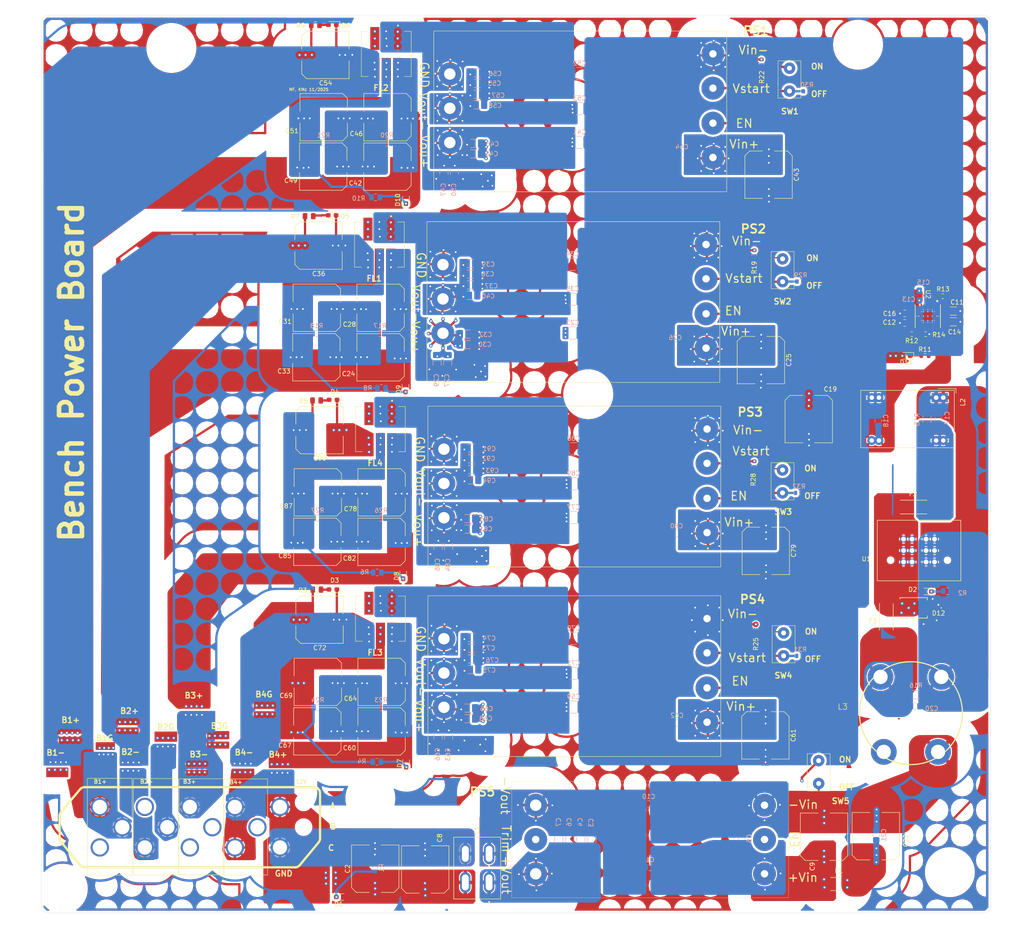
<source format=kicad_pcb>
(kicad_pcb
	(version 20241229)
	(generator "pcbnew")
	(generator_version "9.0")
	(general
		(thickness 1.6)
		(legacy_teardrops no)
	)
	(paper "B")
	(layers
		(0 "F.Cu" signal)
		(4 "In1.Cu" signal)
		(6 "In2.Cu" signal)
		(8 "In3.Cu" signal)
		(10 "In4.Cu" signal)
		(2 "B.Cu" signal)
		(9 "F.Adhes" user "F.Adhesive")
		(11 "B.Adhes" user "B.Adhesive")
		(13 "F.Paste" user)
		(15 "B.Paste" user)
		(5 "F.SilkS" user "F.Silkscreen")
		(7 "B.SilkS" user "B.Silkscreen")
		(1 "F.Mask" user)
		(3 "B.Mask" user)
		(17 "Dwgs.User" user "User.Drawings")
		(19 "Cmts.User" user "User.Comments")
		(21 "Eco1.User" user "User.Eco1")
		(23 "Eco2.User" user "User.Eco2")
		(25 "Edge.Cuts" user)
		(27 "Margin" user)
		(31 "F.CrtYd" user "F.Courtyard")
		(29 "B.CrtYd" user "B.Courtyard")
		(35 "F.Fab" user)
		(33 "B.Fab" user)
		(39 "User.1" user)
		(41 "User.2" user)
		(43 "User.3" user)
		(45 "User.4" user)
	)
	(setup
		(stackup
			(layer "F.SilkS"
				(type "Top Silk Screen")
			)
			(layer "F.Paste"
				(type "Top Solder Paste")
			)
			(layer "F.Mask"
				(type "Top Solder Mask")
				(thickness 0.01)
			)
			(layer "F.Cu"
				(type "copper")
				(thickness 0.035)
			)
			(layer "dielectric 1"
				(type "prepreg")
				(thickness 0.1)
				(material "FR4")
				(epsilon_r 4.5)
				(loss_tangent 0.02)
			)
			(layer "In1.Cu"
				(type "copper")
				(thickness 0.035)
			)
			(layer "dielectric 2"
				(type "core")
				(thickness 0.535)
				(material "FR4")
				(epsilon_r 4.5)
				(loss_tangent 0.02)
			)
			(layer "In2.Cu"
				(type "copper")
				(thickness 0.035)
			)
			(layer "dielectric 3"
				(type "prepreg")
				(thickness 0.1)
				(material "FR4")
				(epsilon_r 4.5)
				(loss_tangent 0.02)
			)
			(layer "In3.Cu"
				(type "copper")
				(thickness 0.035)
			)
			(layer "dielectric 4"
				(type "core")
				(thickness 0.535)
				(material "FR4")
				(epsilon_r 4.5)
				(loss_tangent 0.02)
			)
			(layer "In4.Cu"
				(type "copper")
				(thickness 0.035)
			)
			(layer "dielectric 5"
				(type "prepreg")
				(thickness 0.1)
				(material "FR4")
				(epsilon_r 4.5)
				(loss_tangent 0.02)
			)
			(layer "B.Cu"
				(type "copper")
				(thickness 0.035)
			)
			(layer "B.Mask"
				(type "Bottom Solder Mask")
				(thickness 0.01)
			)
			(layer "B.Paste"
				(type "Bottom Solder Paste")
			)
			(layer "B.SilkS"
				(type "Bottom Silk Screen")
			)
			(copper_finish "None")
			(dielectric_constraints no)
		)
		(pad_to_mask_clearance 0)
		(allow_soldermask_bridges_in_footprints no)
		(tenting front back)
		(pcbplotparams
			(layerselection 0x00000000_00000000_55555555_f755f5ff)
			(plot_on_all_layers_selection 0x00000000_00000000_00000000_00000000)
			(disableapertmacros no)
			(usegerberextensions no)
			(usegerberattributes yes)
			(usegerberadvancedattributes yes)
			(creategerberjobfile yes)
			(dashed_line_dash_ratio 12.000000)
			(dashed_line_gap_ratio 3.000000)
			(svgprecision 4)
			(plotframeref no)
			(mode 1)
			(useauxorigin no)
			(hpglpennumber 1)
			(hpglpenspeed 20)
			(hpglpendiameter 15.000000)
			(pdf_front_fp_property_popups yes)
			(pdf_back_fp_property_popups yes)
			(pdf_metadata yes)
			(pdf_single_document no)
			(dxfpolygonmode yes)
			(dxfimperialunits yes)
			(dxfusepcbnewfont yes)
			(psnegative no)
			(psa4output no)
			(plot_black_and_white yes)
			(plotinvisibletext no)
			(sketchpadsonfab no)
			(plotpadnumbers no)
			(hidednponfab no)
			(sketchdnponfab yes)
			(crossoutdnponfab yes)
			(subtractmaskfromsilk no)
			(outputformat 1)
			(mirror no)
			(drillshape 0)
			(scaleselection 1)
			(outputdirectory "Gerbers/")
		)
	)
	(net 0 "")
	(net 1 "/12Vpower/48V_RTN_DISA")
	(net 2 "/48Vpower/VF48P0_BRD")
	(net 3 "/VFF48P0_M1")
	(net 4 "/48Vpower/VF48P0_DISA")
	(net 5 "/12Vpower/VFFF48P0_PS11")
	(net 6 "/12Vpower/VBU0P0_11_21")
	(net 7 "/VB12P6_GD")
	(net 8 "/VB0P0_GD")
	(net 9 "/12Vpower/VFF48P0_DISA")
	(net 10 "Net-(C24-Pad2)")
	(net 11 "/12Vpower/VBU12P6_11_21")
	(net 12 "/BankPower1/VBU96P0")
	(net 13 "/VB96P0B1")
	(net 14 "/BankPower1/VBU0P0")
	(net 15 "/VB0P0B1")
	(net 16 "/BankPower1/VBU24P0")
	(net 17 "/VB24N0B1")
	(net 18 "/12Vpower/C50P_VB12P6_GD_EN_L")
	(net 19 "/BankPower4/VBU96P0")
	(net 20 "Net-(D1-K)")
	(net 21 "Net-(D2-K)")
	(net 22 "Net-(SW2-B)")
	(net 23 "Net-(U2-FB)")
	(net 24 "Net-(U2-EN)")
	(net 25 "/VB96P0B4")
	(net 26 "/VB0P0B4")
	(net 27 "Net-(SW3-B)")
	(net 28 "/VB24N0B4")
	(net 29 "unconnected-(U2-NC-Pad6)")
	(net 30 "unconnected-(U2-DNC-Pad5)")
	(net 31 "unconnected-(U2-SW-Pad4)")
	(net 32 "unconnected-(U2-NC-Pad3)")
	(net 33 "unconnected-(U2-PGOOD-Pad12)")
	(net 34 "unconnected-(U2-NC-Pad13)")
	(net 35 "unconnected-(U2-V5V-Pad11)")
	(net 36 "/15Vaux/VP15P0")
	(net 37 "Net-(C42-Pad2)")
	(net 38 "Net-(J1-VB24N0_FB3)")
	(net 39 "Net-(J1-LF_FB4)")
	(net 40 "Net-(J1-VB96P0_FB1)")
	(net 41 "Net-(J1-VB24N0_FB1)")
	(net 42 "Net-(J1-LF_FB1)")
	(net 43 "Net-(J1-LF_FB3)")
	(net 44 "Net-(J1-VB96P0_FB2)")
	(net 45 "Net-(J1-VB96P0_FB3)")
	(net 46 "Net-(J1-VB24N0_FB2)")
	(net 47 "Net-(J1-VB96P0_FB4)")
	(net 48 "Net-(J1-VB24N0_FB4)")
	(net 49 "Net-(J1-LF_FB2)")
	(net 50 "/VB96P0B2")
	(net 51 "/BankPower4/VBU0P0")
	(net 52 "/VB0P0B2")
	(net 53 "/BankPower4/VBU24P0")
	(net 54 "/VB24N0B2")
	(net 55 "/BankPower2/VBU0P0")
	(net 56 "/BankPower2/VBU24P0")
	(net 57 "/BankPower2/VBU96P0")
	(net 58 "/VB96P0B3")
	(net 59 "/VB0P0B3")
	(net 60 "/VB24N0B3")
	(net 61 "/BankPower3/VBU0P0")
	(net 62 "/BankPower3/VBU24P0")
	(net 63 "/BankPower3/VBU96P0")
	(net 64 "/V48P0")
	(net 65 "Net-(D5-A)")
	(net 66 "Net-(D6-A)")
	(net 67 "Net-(D7-K)")
	(net 68 "Net-(D9-K)")
	(net 69 "/BankPower1/ENABLE")
	(net 70 "/BankPower4/ENABLE")
	(net 71 "/BankPower2/ENABLE")
	(net 72 "/BankPower3/ENABLE")
	(net 73 "Net-(SW4-B)")
	(net 74 "Net-(SW1-B)")
	(net 75 "Net-(D11-K)")
	(net 76 "/48V_RTN_M1")
	(net 77 "/48V_RTN")
	(net 78 "Net-(C60-Pad2)")
	(net 79 "Net-(C78-Pad2)")
	(net 80 "Net-(D3-A)")
	(net 81 "Net-(D4-A)")
	(net 82 "Net-(D8-K)")
	(net 83 "Net-(D10-K)")
	(net 84 "Net-(J5-Pin_1)")
	(net 85 "Net-(J1-VB12P6)")
	(footprint "CustomLibraries:MillMax-Socket-0364-0-15-15-13-27-10-0" (layer "F.Cu") (at 148.984898 93.980813))
	(footprint "CustomLibraries:MillMax-Socket-0327-0-15-15-34-27-10-0_NO-SILK" (layer "F.Cu") (at 220.3814 206.4455))
	(footprint "MountingHole:MountingHole_3.5mm" (layer "F.Cu") (at 241.151388 37.508237))
	(footprint "CustomLibraries:Amphenol_power_conn-Receptacle" (layer "F.Cu") (at 92.798178 211.329438))
	(footprint "CustomLibraries:FIL_CM5441Z101B-10" (layer "F.Cu") (at 156.593 220.4226 90))
	(footprint "Capacitor_SMD:C_Elec_10x10.2" (layer "F.Cu") (at 121.200755 179.050863 180))
	(footprint "CustomLibraries:MillMax-Socket-0364-0-15-15-13-27-10-0" (layer "F.Cu") (at 169.5814 221.6855))
	(footprint "Capacitor_SMD:C_Elec_10x10.2" (layer "F.Cu") (at 121.200755 136.939883 180))
	(footprint "CustomLibraries:MillMax-Socket-0327-0-15-15-34-27-10-0_NO-SILK" (layer "F.Cu") (at 207.627155 172.613063))
	(footprint "CustomLibraries:MillMax-Socket-0327-0-15-15-34-27-10-0_NO-SILK" (layer "F.Cu") (at 207.627155 145.894483))
	(footprint "CustomLibraries:CM4440Z111R10" (layer "F.Cu") (at 136.407871 39.554498 180))
	(footprint "CustomLibraries:MillMax-Socket-0327-0-15-15-34-27-10-0_NO-SILK" (layer "F.Cu") (at 207.404898 104.902813))
	(footprint "Capacitor_SMD:C_1206_3216Metric_Pad1.33x1.80mm_HandSolder" (layer "F.Cu") (at 262.299553 99.054635))
	(footprint "LED_SMD:LED_0603_1608Metric_Pad1.05x0.95mm_HandSolder" (layer "F.Cu") (at 140.772752 71.930153 90))
	(footprint "CustomLibraries:MillMax-Socket-0364-0-15-15-13-27-10-0" (layer "F.Cu") (at 149.207155 169.463463))
	(footprint "Fuse:Fuse_Littelfuse-NANO2-451_453" (layer "F.Cu") (at 236.2342 223.9556 180))
	(footprint "CustomLibraries:MillMax-Socket-0364-0-15-15-13-27-10-0" (layer "F.Cu") (at 149.207155 184.703463 180))
	(footprint "CustomLibraries:MillMax-Socket-0364-0-15-15-13-27-10-0" (layer "F.Cu") (at 149.207155 142.592483 180))
	(footprint "CustomLibraries:MillMax-Socket-0364-0-15-15-13-27-10-0" (layer "F.Cu") (at 148.984898 86.360813))
	(footprint "Capacitor_SMD:C_Elec_10x10.2"
		(layer "F.Cu")
		(uuid "32c4aca8-01fc-4851-85a8-4a0dc12ed489")
		(at 122.504471 53.597098 180)
		(descr "SMD capacitor, aluminum electrolytic nonpolar, 10.0x10.2mm")
		(tags "capacitor electrolyic nonpolar")
		(property "Reference" "C51"
			(at 7.0358 -3.0504 0)
			(layer "F.SilkS")
			(uuid "2bf614ee-363a-46e1-92f6-c7438e10a393")
			(effects
				(font
					(size 1 1)
					(thickness 0.15)
				)
			)
		)
		(property "Value" "120uF/63V/10x10"
			(at 0 6.2 0)
			(layer "F.Fab")
			(uuid "5dbfe173-378c-4767-bc1a-fda45fefd57e")
			(effects
				(font
					(size 1 1)
					(thickness 0.15)
				)
			)
		)
		(property "Datasheet" ""
			(at 0 0 180)
			(unlocked yes)
			(layer "F.Fab")
			(hide yes)
			(uuid "206f09b4-eac3-465a-940f-db77f98cfcd2")
			(effects
				(font
					(size 1.27 1.27)
					(thickness 0.15)
				)
			)
		)
		(property "Description" "CAP, ALUMINUM POLYMER 120UF 20% 63V RADIAL"
			(at 0 0 180)
			(unlocked yes)
			(layer "F.Fab")
			(hide yes)
			(uuid "42f73a7c-bcec-4d3c-a20e-17cbbc9dd8d7")
			(effects
				(font
					(size 1.27 1.27)
					(thickness 0.15)
				)
			)
		)
		(property "DigikeyPN" ""
			(at 0 0 180)
			(unlocked yes)
			(layer "F.Fab")
			(hide yes)
			(uuid "c39cbe77-56f8-4de4-9eef-9136687bc91f")
			(effects
				(font
					(size 1 1)
					(thickness 0.15)
				)
			)
		)
		(property "TPN" "701-721-00"
			(at 0 0 180)
			(unlocked yes)
			(layer "F.Fab")
			(hide yes)
			(uuid "b3d47059-a242-4eb3-b713-32dd247f176e")
			(effects
				(font
					(size 1 1)
					(thickness 0.15)
				)
			)
		)
		(property "MFGPN" ""
			(at 0 0 180)
			(unlocked yes)
			(layer "F.Fab")
			(hide yes)
			(uuid "7b93846d-b176-4f74-902a-6b800650478c")
			(effects
				(font
					(size 1 1)
					(thickness 0.15)
				)
			)
		)
		(property ki_fp_filters "CP_*")
		(path "/4f0a38cd-1e80-4601-a65c-f5d07a726cc3/72087a71-0771-47d4-8fba-8381cc4c800a")
		(sheetname "/BankPower1/")
		(sheetfile "BankPower.kicad_sch")
		(attr smd)
		(fp_line
			(start 5.26 5.26)
			(end 5.26 1.31)
			(stroke
				(width 0.12)
				(type solid)
			)
			(layer "F.SilkS")
			(uuid "b68c815c-f74d-456e-a5f4-58701daad455")
		)
		(fp_line
			(start 5.26 -5.26)
			(end 5.26 -1.31)
			(stroke
				(width 0.12)
				(type solid)
			)
			(layer "F.SilkS")
			(uuid "c65e630e-270f-4f0c-a319-3c617c92ef56")
		)
		(fp_line
			(start -4.195563 5.26)
			(end 5.26 5.26)
			(stroke
				(width 0.12)
				(type solid)
			)
			(layer "F.SilkS")
			(uuid "7557e4cf-25fc-40fe-88e0-88871c7add14")
		)
		(fp_line
			(start -4.195563 -5.26)
			(end 5.26 -5.26)
			(stroke
				(width 0.12)
				(type solid)
			)
			(layer "F.SilkS")
			(uuid "ac277642-0ac4-42ab-ba90-297ff6e24c0f")
		)
		(fp_line
			(start -5.26 4.195563)
			(end -4.195563 5.26)
			(stroke
				(width 0.12)
				(type solid)
			)
			(layer "F.SilkS")
			(uuid "7cb8d234-ec02-4acb-81ac-fa1416cf289a")
		)
		(fp_line
			(start -5.26 4.195563)
			(end -5.26 1.31)
			(stroke
				(width 0.12)
				(type solid)
			)
			(layer "F.SilkS")
			(uuid "e23b2664-7403-4368-9b56-f959da40948b")
		)
		(fp_line
			(start -5.26 -4.195563)
			(end -4.195563 -5.26)
			(stroke
				(width 0.12)
				(type solid)
			)
			(layer "F.SilkS")
			(uuid "a07f7f14-6e67-4b71-b5d0-5f32370ae304")
		)
		(fp_line
			(start -5.26 -4.195563)
			(end -5.26 -1.31)
			(stroke
				(width 0.12)
				(type solid)
			)
			(layer "F.SilkS")
			(uuid "b0cf3251-086e-4faa-a58c-733e6e4536a2")
		)
		(fp_line
			(start 6.95 1.3)
			(end 5.4 1.3)
			(stroke
				(width 0.05)
				(type solid)
			)
			(layer "F.CrtYd")
			(uuid "7247e358-80ab-40e2-bc24-818ce8d69744")
		)
		(fp_line
			(start 6.95 -1.3)
			(end 6.95 1.3)
			(stroke
				(width 0.05)
				(type solid)
			)
			(layer "F.CrtYd")
			(uuid "a42ae7cf-c7f2-4830-963e-bc9332282ddc")
		)
		(fp_line
			(start 5.4 1.3)
			(end 5.4 5.4)
			(stroke
				(width 0.05)
				(type solid)
			)
			(layer "F.CrtYd")
			(uuid "4bffb212-1fc5-4f9e-b3c0-61717bb7b46b")
		)
		(fp_line
			(start 5.4 -1.3)
			(end 6.95 -1.3)
			(stroke
				(width 0.05)
				(type solid)
			)
			(layer "F.CrtYd")
			(uuid "f3006130-5c6f-4b95-bb07-6759c5cd414b")
		)
		(fp_line
			(start 5.4 -5.4)
			(end 5.4 -1.3)
			(stroke
				(width 0.05)
				(type solid)
			)
			(layer "F.CrtYd")
			(uuid "5a0f9761-07b5-49dd-a10f-4d27f321d0a8")
		)
		(fp_line
			(start -4.25 5.4)
			(end 5.4 5.4)
			(stroke
				(width 0.05)
				(type solid)
			)
			(layer "F.CrtYd")
			(uuid "16540603-89fc-4703-a714-a8554262f3d4")
		)
		(fp_line
			(start -4.25 -5.4)
			(end 5.4 -5.4)
			(stroke
				(width 0.05)
				(type solid)
			)
			(layer "F.CrtYd")
			(uuid "55ad4e6f-19a9-4b19-83c5-4fcea4d6ba23")
		)
		(fp_line
			(start -5.4 4.25)
			(end -4.25 5.4)
			(stroke
				(width 0.05)
				(type solid)
			)
			(layer "F.CrtYd")
			(uuid "a954cfd3-f266-4954-a4c6-dd21281a5479")
		)
		(fp_line
			(start -5.4 1.3)
			(end -5.4 4.25)
			(stroke
				(width 0.05)
				(type solid)
			)
			(layer "F.CrtYd")
			(uuid "f0804b80-d671-48ef-a6e9-a7d01cd967ba")
		)
		(fp_line
			(start -5.4 -1.3)
			(end -6.95 -1.3)
			(stroke
				(width 0.05)
				(type solid)
			)
			(layer "F.CrtYd")
			(uuid "fa416aaf-3db9-4743-9a86-ff4a1cfd0db4")
		)
		(fp_line
			(start -5.4 -4.25)
			(end -4.25 -5.4)
			(stroke
				(width 0.05)
				(type solid)
			)
			(layer "F.CrtYd")
			(uuid "854dd295-dc00-47ef-8dfa-f42274b9782d")
		)
		(fp_line
			(start -5.4 -4.25)
			(end -5.4 -1.3)
			(stroke
				(width 0.05)
				(type solid)
			)
			(layer "F.CrtYd")
			(uuid "6a216101-9ed2-43e7-92f6-fc9ed7e38387")
		)
		(fp_line
			(start -6.95 1.3)
			(end -5.4 1.3)
			(stroke
				(width 0.05)
				(type solid)
			)
			(layer "F.CrtYd")
			(uuid "8871ce90-ea58-44da-ad42-fe5951c92eba")
		)
		(fp_line
			(start -6.95 -1.3)
			(end -6.95 1.3)
			(stroke
				(width 0.05)
				(type solid)
			)
			(layer "F.CrtYd")
			(uuid "8f98c8f7-d975-41a3-9dc0-546e0a79fa3a")
		)
		(fp_line
			(start 5.15 -5.15)
			(end 5.15 5.15)
			(stroke
				(width 0.1)
				(type solid)
			)
			(layer "F.Fab")
			(uuid "2c3d67d8-645e-4969-906d-c22e22b08235")
		)
		(fp_line
			(start -4.15 5.15)
			(end 5.15 5.15)
			(stroke
				(width 0.1)
				(type solid)
			)
			(layer "F.Fab")
			(uu
... [5661861 chars truncated]
</source>
